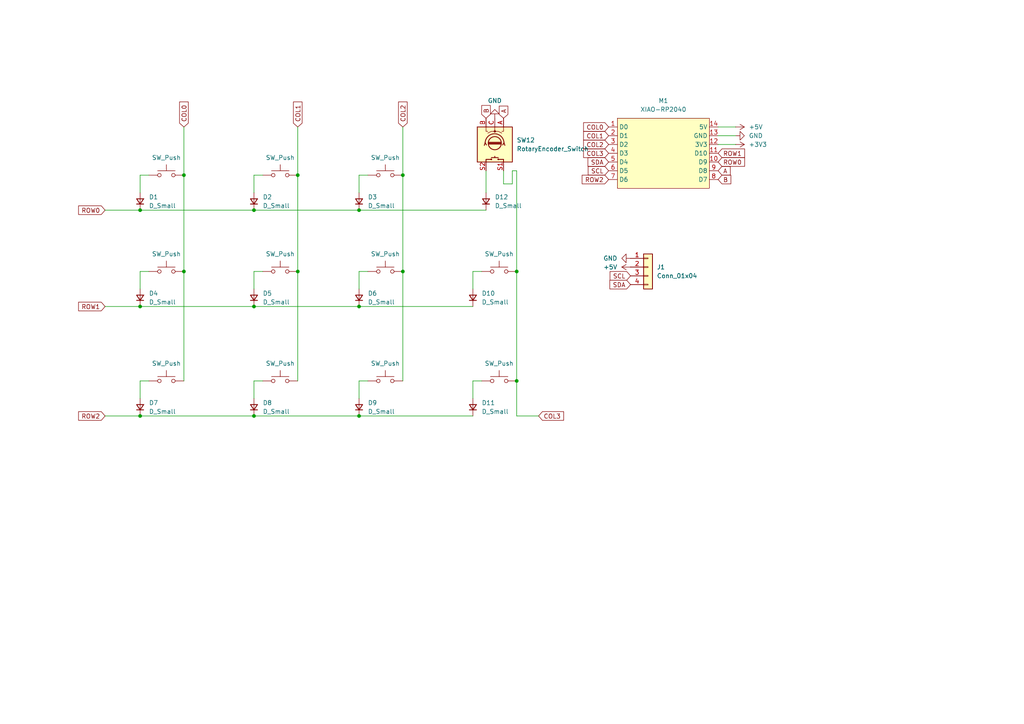
<source format=kicad_sch>
(kicad_sch (version 20231120) (generator "eeschema") (generator_version "8.0")
  (paper "A4")
  (lib_symbols
    (symbol "Connector_Generic:Conn_01x04" (pin_names (offset 1.016) hide)
      (property "Reference" "J" (at 0 5.08 0))
      (property "Value" "Conn_01x04" (at 0 -7.62 0))
      (symbol "Conn_01x04_1_1"
        (rectangle (start -1.27 -4.953) (end 0 -5.207) (stroke (width 0.1524)))
        (rectangle (start -1.27 -2.413) (end 0 -2.667) (stroke (width 0.1524)))
        (rectangle (start -1.27 0.127) (end 0 -0.127) (stroke (width 0.1524)))
        (rectangle (start -1.27 2.667) (end 0 2.413) (stroke (width 0.1524)))
        (rectangle (start -1.27 3.81) (end 1.27 -6.35) (stroke (width 0.254)) (fill (type background)))
        (pin passive line (at -5.08 2.54 0) (length 3.81) (name "Pin_1") (number "1"))
        (pin passive line (at -5.08 0 0) (length 3.81) (name "Pin_2") (number "2"))
        (pin passive line (at -5.08 -2.54 0) (length 3.81) (name "Pin_3") (number "3"))
        (pin passive line (at -5.08 -5.08 0) (length 3.81) (name "Pin_4") (number "4"))
      )
    )
    (symbol "Device:D_Small" (pin_numbers hide) (pin_names (offset 0.254) hide)
      (property "Reference" "D" (at -1.27 2.032 0))
      (property "Value" "D_Small" (at -3.81 -2.032 0))
      (symbol "D_Small_0_1"
        (polyline (pts (xy -0.762 -1.016) (xy -0.762 1.016)) (stroke (width 0.254)))
        (polyline (pts (xy -0.762 0) (xy 0.762 0)))
        (polyline (pts (xy 0.762 -1.016) (xy -0.762 0) (xy 0.762 1.016) (xy 0.762 -1.016)) (stroke (width 0.254)))
      )
      (symbol "D_Small_1_1"
        (pin passive line (at 2.54 0 180) (length 1.778) (name "A") (number "A"))
        (pin passive line (at -2.54 0 0) (length 1.778) (name "K") (number "K"))
      )
    )
    (symbol "Device:RotaryEncoder_Switch" (pin_names (offset 0.254) hide)
      (property "Reference" "SW" (at 0 6.604 0))
      (property "Value" "RotaryEncoder_Switch" (at 0 -6.604 0))
      (symbol "RotaryEncoder_Switch_0_1"
        (rectangle (start -5.08 5.08) (end 5.08 -5.08) (stroke (width 0.254)) (fill (type background)))
        (circle (center -3.81 0) (radius 0.254) (fill (type outline)))
        (circle (center -0.381 0) (radius 1.905) (stroke (width 0.254)))
        (arc (start -0.381 2.667) (mid -3.0988 -0.0635) (end -0.381 -2.794) (stroke (width 0.254)))
        (polyline (pts (xy -0.635 -1.778) (xy -0.635 1.778)) (stroke (width 0.254)))
        (polyline (pts (xy -0.381 -1.778) (xy -0.381 1.778)) (stroke (width 0.254)))
        (polyline (pts (xy -0.127 1.778) (xy -0.127 -1.778)) (stroke (width 0.254)))
        (polyline (pts (xy 3.81 0) (xy 3.429 0)) (stroke (width 0.254)))
        (polyline (pts (xy 3.81 1.016) (xy 3.81 -1.016)) (stroke (width 0.254)))
        (polyline (pts (xy -5.08 -2.54) (xy -3.81 -2.54) (xy -3.81 -2.032)))
        (polyline (pts (xy -5.08 2.54) (xy -3.81 2.54) (xy -3.81 2.032)))
        (polyline (pts (xy 0.254 -3.048) (xy -0.508 -2.794) (xy 0.127 -2.413)) (stroke (width 0.254)))
        (polyline (pts (xy 0.254 2.921) (xy -0.508 2.667) (xy 0.127 2.286)) (stroke (width 0.254)))
        (polyline (pts (xy 5.08 -2.54) (xy 4.318 -2.54) (xy 4.318 -1.016)) (stroke (width 0.254)))
        (polyline (pts (xy 5.08 2.54) (xy 4.318 2.54) (xy 4.318 1.016)) (stroke (width 0.254)))
        (polyline (pts (xy -5.08 0) (xy -3.81 0) (xy -3.81 -1.016) (xy -3.302 -2.032)))
        (polyline (pts (xy -4.318 0) (xy -3.81 0) (xy -3.81 1.016) (xy -3.302 2.032)))
        (circle (center 4.318 -1.016) (radius 0.127) (stroke (width 0.254)))
        (circle (center 4.318 1.016) (radius 0.127) (stroke (width 0.254)))
      )
      (symbol "RotaryEncoder_Switch_1_1"
        (pin passive line (at -7.62 2.54 0) (length 2.54) (name "A") (number "A"))
        (pin passive line (at -7.62 -2.54 0) (length 2.54) (name "B") (number "B"))
        (pin passive line (at -7.62 0 0) (length 2.54) (name "C") (number "C"))
        (pin passive line (at 7.62 2.54 180) (length 2.54) (name "S1") (number "S1"))
        (pin passive line (at 7.62 -2.54 180) (length 2.54) (name "S2") (number "S2"))
      )
    )
    (symbol "MCU_RaspberryPi:XIAO-RP2040"
      (property "Reference" "M" (at 0 0 0))
      (property "Value" "XIAO-RP2040" (at 0 2.54 0))
      (symbol "XIAO-RP2040_0_1"
        (rectangle (start -12.7 10.16) (end 13.97 -10.16) (fill (type background)))
      )
      (symbol "XIAO-RP2040_1_1"
        (pin bidirectional line (at -15.24 7.62 0) (length 2.54) (name "D0") (number "1"))
        (pin bidirectional line (at 16.51 -2.54 180) (length 2.54) (name "D9") (number "10"))
        (pin bidirectional line (at 16.51 0 180) (length 2.54) (name "D10") (number "11"))
        (pin power_in line (at 16.51 2.54 180) (length 2.54) (name "3V3") (number "12"))
        (pin power_in line (at 16.51 5.08 180) (length 2.54) (name "GND") (number "13"))
        (pin power_in line (at 16.51 7.62 180) (length 2.54) (name "5V") (number "14"))
        (pin bidirectional line (at -15.24 5.08 0) (length 2.54) (name "D1") (number "2"))
        (pin bidirectional line (at -15.24 2.54 0) (length 2.54) (name "D2") (number "3"))
        (pin bidirectional line (at -15.24 0 0) (length 2.54) (name "D3") (number "4"))
        (pin bidirectional line (at -15.24 -2.54 0) (length 2.54) (name "D4") (number "5"))
        (pin bidirectional line (at -15.24 -5.08 0) (length 2.54) (name "D5") (number "6"))
        (pin bidirectional line (at -15.24 -7.62 0) (length 2.54) (name "D6") (number "7"))
        (pin bidirectional line (at 16.51 -7.62 180) (length 2.54) (name "D7") (number "8"))
        (pin bidirectional line (at 16.51 -5.08 180) (length 2.54) (name "D8") (number "9"))
      )
    )
    (symbol "Switch:SW_Push" (pin_numbers hide) (pin_names (offset 1.016) hide)
      (property "Reference" "SW" (at 1.27 2.54 0))
      (property "Value" "SW_Push" (at 0 -1.524 0))
      (symbol "SW_Push_0_1"
        (circle (center -2.032 0) (radius 0.508))
        (polyline (pts (xy 0 1.27) (xy 0 3.048)))
        (polyline (pts (xy 2.54 1.27) (xy -2.54 1.27)))
        (circle (center 2.032 0) (radius 0.508))
        (pin passive line (at -5.08 0 0) (length 2.54) (name "1") (number "1"))
        (pin passive line (at 5.08 0 180) (length 2.54) (name "2") (number "2"))
      )
    )
    (symbol "power:+3V3" (power) (pin_numbers hide) (pin_names (offset 0) hide)
      (property "Value" "+3V3" (at 0 3.556 0))
      (symbol "+3V3_0_1"
        (polyline (pts (xy -0.762 1.27) (xy 0 2.54)))
        (polyline (pts (xy 0 0) (xy 0 2.54)))
        (polyline (pts (xy 0 2.54) (xy 0.762 1.27)))
      )
      (symbol "+3V3_1_1"
        (pin power_in line (at 0 0 90) (length 0) (name "~") (number "1"))
      )
    )
    (symbol "power:+5V" (power) (pin_numbers hide) (pin_names (offset 0) hide)
      (property "Value" "+5V" (at 0 3.556 0))
      (symbol "+5V_0_1"
        (polyline (pts (xy -0.762 1.27) (xy 0 2.54)))
        (polyline (pts (xy 0 0) (xy 0 2.54)))
        (polyline (pts (xy 0 2.54) (xy 0.762 1.27)))
      )
      (symbol "+5V_1_1"
        (pin power_in line (at 0 0 90) (length 0) (name "~") (number "1"))
      )
    )
    (symbol "power:GND" (power) (pin_numbers hide) (pin_names (offset 0) hide)
      (property "Value" "GND" (at 0 -3.81 0))
      (symbol "GND_0_1"
        (polyline (pts (xy 0 0) (xy 0 -1.27) (xy 1.27 -1.27) (xy 0 -2.54) (xy -1.27 -1.27) (xy 0 -1.27)))
      )
      (symbol "GND_1_1"
        (pin power_in line (at 0 0 270) (length 0) (name "~") (number "1"))
      )
    )
  )
  (junction (at 40.64 120.65))
  (junction (at 116.84 78.74))
  (junction (at 104.14 60.96))
  (junction (at 53.34 78.74))
  (junction (at 86.36 78.74))
  (junction (at 149.86 78.74))
  (junction (at 86.36 50.8))
  (junction (at 40.64 88.9))
  (junction (at 40.64 60.96))
  (junction (at 116.84 50.8))
  (junction (at 104.14 88.9))
  (junction (at 104.14 120.65))
  (junction (at 149.86 110.49))
  (junction (at 73.66 60.96))
  (junction (at 73.66 120.65))
  (junction (at 73.66 88.9))
  (junction (at 53.34 50.8))
  (wire (pts (xy 40.64 50.8) (xy 40.64 55.88)))
  (wire (pts (xy 104.14 78.74) (xy 104.14 83.82)))
  (wire (pts (xy 116.84 50.8) (xy 116.84 78.74)))
  (wire (pts (xy 53.34 36.83) (xy 53.34 50.8)))
  (wire (pts (xy 73.66 50.8) (xy 73.66 55.88)))
  (wire (pts (xy 43.18 78.74) (xy 40.64 78.74)))
  (wire (pts (xy 53.34 50.8) (xy 53.34 78.74)))
  (wire (pts (xy 137.16 110.49) (xy 137.16 115.57)))
  (wire (pts (xy 53.34 78.74) (xy 53.34 110.49)))
  (wire (pts (xy 40.64 78.74) (xy 40.64 83.82)))
  (wire (pts (xy 140.97 49.53) (xy 140.97 55.88)))
  (wire (pts (xy 149.86 49.53) (xy 149.86 78.74)))
  (wire (pts (xy 106.68 78.74) (xy 104.14 78.74)))
  (wire (pts (xy 76.2 110.49) (xy 73.66 110.49)))
  (wire (pts (xy 104.14 50.8) (xy 104.14 55.88)))
  (wire (pts (xy 86.36 50.8) (xy 86.36 78.74)))
  (wire (pts (xy 146.05 49.53) (xy 146.05 53.34)))
  (wire (pts (xy 208.28 41.91) (xy 213.36 41.91)))
  (wire (pts (xy 73.66 78.74) (xy 73.66 83.82)))
  (wire (pts (xy 149.86 120.65) (xy 156.21 120.65)))
  (wire (pts (xy 104.14 60.96) (xy 140.97 60.96)))
  (wire (pts (xy 30.48 60.96) (xy 40.64 60.96)))
  (wire (pts (xy 116.84 78.74) (xy 116.84 110.49)))
  (wire (pts (xy 137.16 78.74) (xy 137.16 83.82)))
  (wire (pts (xy 43.18 110.49) (xy 40.64 110.49)))
  (wire (pts (xy 104.14 88.9) (xy 137.16 88.9)))
  (wire (pts (xy 106.68 50.8) (xy 104.14 50.8)))
  (wire (pts (xy 208.28 39.37) (xy 213.36 39.37)))
  (wire (pts (xy 40.64 110.49) (xy 40.64 115.57)))
  (wire (pts (xy 139.7 110.49) (xy 137.16 110.49)))
  (wire (pts (xy 76.2 78.74) (xy 73.66 78.74)))
  (wire (pts (xy 86.36 36.83) (xy 86.36 50.8)))
  (wire (pts (xy 73.66 60.96) (xy 104.14 60.96)))
  (wire (pts (xy 148.59 49.53) (xy 149.86 49.53)))
  (wire (pts (xy 149.86 110.49) (xy 149.86 120.65)))
  (wire (pts (xy 40.64 60.96) (xy 73.66 60.96)))
  (wire (pts (xy 139.7 78.74) (xy 137.16 78.74)))
  (wire (pts (xy 76.2 50.8) (xy 73.66 50.8)))
  (wire (pts (xy 106.68 110.49) (xy 104.14 110.49)))
  (wire (pts (xy 149.86 78.74) (xy 149.86 110.49)))
  (wire (pts (xy 40.64 88.9) (xy 73.66 88.9)))
  (wire (pts (xy 30.48 120.65) (xy 40.64 120.65)))
  (wire (pts (xy 104.14 110.49) (xy 104.14 115.57)))
  (wire (pts (xy 73.66 88.9) (xy 104.14 88.9)))
  (wire (pts (xy 30.48 88.9) (xy 40.64 88.9)))
  (wire (pts (xy 73.66 120.65) (xy 104.14 120.65)))
  (wire (pts (xy 43.18 50.8) (xy 40.64 50.8)))
  (wire (pts (xy 148.59 53.34) (xy 148.59 49.53)))
  (wire (pts (xy 73.66 110.49) (xy 73.66 115.57)))
  (wire (pts (xy 104.14 120.65) (xy 137.16 120.65)))
  (wire (pts (xy 208.28 36.83) (xy 213.36 36.83)))
  (wire (pts (xy 86.36 78.74) (xy 86.36 110.49)))
  (wire (pts (xy 116.84 36.83) (xy 116.84 50.8)))
  (wire (pts (xy 40.64 120.65) (xy 73.66 120.65)))
  (wire (pts (xy 146.05 53.34) (xy 148.59 53.34)))
  (global_label "COL1" (shape input) (at 176.53 39.37 180) (property "Intersheetrefs" "${INTERSHEET_REFS}" (effects (hide yes))))
  (global_label "ROW2" (shape input) (at 176.53 52.07 180) (property "Intersheetrefs" "${INTERSHEET_REFS}" (effects (hide yes))))
  (global_label "ROW1" (shape input) (at 208.28 44.45 0) (property "Intersheetrefs" "${INTERSHEET_REFS}" (effects (hide yes))))
  (global_label "COL3" (shape input) (at 176.53 44.45 180) (property "Intersheetrefs" "${INTERSHEET_REFS}" (effects (hide yes))))
  (global_label "A" (shape input) (at 146.05 34.29 90) (property "Intersheetrefs" "${INTERSHEET_REFS}" (effects (hide yes))))
  (global_label "COL0" (shape input) (at 176.53 36.83 180) (property "Intersheetrefs" "${INTERSHEET_REFS}" (effects (hide yes))))
  (global_label "ROW0" (shape input) (at 30.48 60.96 180) (property "Intersheetrefs" "${INTERSHEET_REFS}" (effects (hide yes))))
  (global_label "SCL" (shape input) (at 176.53 49.53 180) (property "Intersheetrefs" "${INTERSHEET_REFS}" (effects (hide yes))))
  (global_label "COL2" (shape input) (at 116.84 36.83 90) (property "Intersheetrefs" "${INTERSHEET_REFS}" (effects (hide yes))))
  (global_label "B" (shape input) (at 208.28 52.07 0) (property "Intersheetrefs" "${INTERSHEET_REFS}" (effects (hide yes))))
  (global_label "A" (shape input) (at 208.28 49.53 0) (property "Intersheetrefs" "${INTERSHEET_REFS}" (effects (hide yes))))
  (global_label "SDA" (shape input) (at 182.88 82.55 180) (property "Intersheetrefs" "${INTERSHEET_REFS}" (effects (hide yes))))
  (global_label "ROW0" (shape input) (at 208.28 46.99 0) (property "Intersheetrefs" "${INTERSHEET_REFS}" (effects (hide yes))))
  (global_label "ROW1" (shape input) (at 30.48 88.9 180) (property "Intersheetrefs" "${INTERSHEET_REFS}" (effects (hide yes))))
  (global_label "SCL" (shape input) (at 182.88 80.01 180) (property "Intersheetrefs" "${INTERSHEET_REFS}" (effects (hide yes))))
  (global_label "B" (shape input) (at 140.97 34.29 90) (property "Intersheetrefs" "${INTERSHEET_REFS}" (effects (hide yes))))
  (global_label "COL2" (shape input) (at 176.53 41.91 180) (property "Intersheetrefs" "${INTERSHEET_REFS}" (effects (hide yes))))
  (global_label "COL0" (shape input) (at 53.34 36.83 90) (property "Intersheetrefs" "${INTERSHEET_REFS}" (effects (hide yes))))
  (global_label "COL1" (shape input) (at 86.36 36.83 90) (property "Intersheetrefs" "${INTERSHEET_REFS}" (effects (hide yes))))
  (global_label "COL3" (shape input) (at 156.21 120.65 0) (property "Intersheetrefs" "${INTERSHEET_REFS}" (effects (hide yes))))
  (global_label "ROW2" (shape input) (at 30.48 120.65 180) (property "Intersheetrefs" "${INTERSHEET_REFS}" (effects (hide yes))))
  (global_label "SDA" (shape input) (at 176.53 46.99 180) (property "Intersheetrefs" "${INTERSHEET_REFS}" (effects (hide yes))))
  (symbol (lib_id "Device:D_Small") (at 137.16 86.36 90) (unit 1)
    (property "Reference" "D10" (at 139.7 85.0899 90) (effects (justify right)))
    (property "Value" "D_Small" (at 139.7 87.6299 90) (effects (justify right)))
    (property "Footprint" "CUSTOM LIBRARY:DIODE-1N4148" (effects (hide yes)))
    (property "Description" "Diode, small symbol" (effects (hide yes)))
    (property "Sim.Device" "D" (effects (hide yes)))
    (property "Sim.Pins" "1=K 2=A" (effects (hide yes)))
  )
  (symbol (lib_id "power:+5V") (at 213.36 36.83 270) (unit 1)
    (property "Reference" "#PWR01" (effects (hide yes)))
    (property "Value" "+5V" (at 217.17 36.8299 90) (effects (justify left)))
    (property "Description" "Power symbol creates a global label with name \"+5V\"" (effects (hide yes)))
  )
  (symbol (lib_id "Device:D_Small") (at 140.97 58.42 90) (unit 1)
    (property "Reference" "D12" (at 143.51 57.1499 90) (effects (justify right)))
    (property "Value" "D_Small" (at 143.51 59.6899 90) (effects (justify right)))
    (property "Footprint" "CUSTOM LIBRARY:DIODE-1N4148" (effects (hide yes)))
    (property "Description" "Diode, small symbol" (effects (hide yes)))
    (property "Sim.Device" "D" (effects (hide yes)))
    (property "Sim.Pins" "1=K 2=A" (effects (hide yes)))
  )
  (symbol (lib_id "Switch:SW_Push") (at 48.26 78.74 0) (unit 1)
    (property "Reference" "SW4" (effects (hide yes)))
    (property "Value" "SW_Push" (at 48.26 73.66 0))
    (property "Footprint" "CUSTOM LIBRARY:SW_Cherry_MX_1.00u_PCB" (effects (hide yes)))
    (property "Description" "Push button switch, generic, two pins" (effects (hide yes)))
  )
  (symbol (lib_id "Switch:SW_Push") (at 111.76 78.74 0) (unit 1)
    (property "Reference" "SW6" (effects (hide yes)))
    (property "Value" "SW_Push" (at 111.76 73.66 0))
    (property "Footprint" "CUSTOM LIBRARY:SW_Cherry_MX_1.00u_PCB" (effects (hide yes)))
    (property "Description" "Push button switch, generic, two pins" (effects (hide yes)))
  )
  (symbol (lib_id "Device:D_Small") (at 104.14 58.42 90) (unit 1)
    (property "Reference" "D3" (at 106.68 57.1499 90) (effects (justify right)))
    (property "Value" "D_Small" (at 106.68 59.6899 90) (effects (justify right)))
    (property "Footprint" "CUSTOM LIBRARY:DIODE-1N4148" (effects (hide yes)))
    (property "Description" "Diode, small symbol" (effects (hide yes)))
    (property "Sim.Device" "D" (effects (hide yes)))
    (property "Sim.Pins" "1=K 2=A" (effects (hide yes)))
  )
  (symbol (lib_id "Switch:SW_Push") (at 111.76 110.49 0) (unit 1)
    (property "Reference" "SW9" (effects (hide yes)))
    (property "Value" "SW_Push" (at 111.76 105.41 0))
    (property "Footprint" "CUSTOM LIBRARY:SW_Cherry_MX_1.00u_PCB" (effects (hide yes)))
    (property "Description" "Push button switch, generic, two pins" (effects (hide yes)))
  )
  (symbol (lib_id "power:GND") (at 213.36 39.37 90) (unit 1)
    (property "Reference" "#PWR02" (effects (hide yes)))
    (property "Value" "GND" (at 217.17 39.3699 90) (effects (justify right)))
    (property "Description" "Power symbol creates a global label with name \"GND\" , ground" (effects (hide yes)))
  )
  (symbol (lib_id "Switch:SW_Push") (at 81.28 50.8 0) (unit 1)
    (property "Reference" "SW2" (effects (hide yes)))
    (property "Value" "SW_Push" (at 81.28 45.72 0))
    (property "Footprint" "CUSTOM LIBRARY:SW_Cherry_MX_1.00u_PCB" (effects (hide yes)))
    (property "Description" "Push button switch, generic, two pins" (effects (hide yes)))
  )
  (symbol (lib_id "Device:D_Small") (at 73.66 58.42 90) (unit 1)
    (property "Reference" "D2" (at 76.2 57.1499 90) (effects (justify right)))
    (property "Value" "D_Small" (at 76.2 59.6899 90) (effects (justify right)))
    (property "Footprint" "CUSTOM LIBRARY:DIODE-1N4148" (effects (hide yes)))
    (property "Description" "Diode, small symbol" (effects (hide yes)))
    (property "Sim.Device" "D" (effects (hide yes)))
    (property "Sim.Pins" "1=K 2=A" (effects (hide yes)))
  )
  (symbol (lib_id "Device:RotaryEncoder_Switch") (at 143.51 41.91 270) (unit 1)
    (property "Reference" "SW12" (at 149.86 40.6399 90) (effects (justify left)))
    (property "Value" "RotaryEncoder_Switch" (at 149.86 43.1799 90) (effects (justify left)))
    (property "Footprint" "CUSTOM LIBRARY:RotaryEncoder_Alps_EC11E-Switch_Vertical_H20mm" (effects (hide yes)))
    (property "Description" "Rotary encoder, dual channel, incremental quadrate outputs, with switch" (effects (hide yes)))
  )
  (symbol (lib_id "Device:D_Small") (at 73.66 86.36 90) (unit 1)
    (property "Reference" "D5" (at 76.2 85.0899 90) (effects (justify right)))
    (property "Value" "D_Small" (at 76.2 87.6299 90) (effects (justify right)))
    (property "Footprint" "CUSTOM LIBRARY:DIODE-1N4148" (effects (hide yes)))
    (property "Description" "Diode, small symbol" (effects (hide yes)))
    (property "Sim.Device" "D" (effects (hide yes)))
    (property "Sim.Pins" "1=K 2=A" (effects (hide yes)))
  )
  (symbol (lib_id "Switch:SW_Push") (at 48.26 110.49 0) (unit 1)
    (property "Reference" "SW7" (effects (hide yes)))
    (property "Value" "SW_Push" (at 48.26 105.41 0))
    (property "Footprint" "CUSTOM LIBRARY:SW_Cherry_MX_1.00u_PCB" (effects (hide yes)))
    (property "Description" "Push button switch, generic, two pins" (effects (hide yes)))
  )
  (symbol (lib_id "power:GND") (at 143.51 34.29 180) (unit 1)
    (property "Reference" "#PWR05" (effects (hide yes)))
    (property "Value" "GND" (at 143.51 29.21 0))
    (property "Description" "Power symbol creates a global label with name \"GND\" , ground" (effects (hide yes)))
  )
  (symbol (lib_id "Device:D_Small") (at 40.64 118.11 90) (unit 1)
    (property "Reference" "D7" (at 43.18 116.8399 90) (effects (justify right)))
    (property "Value" "D_Small" (at 43.18 119.3799 90) (effects (justify right)))
    (property "Footprint" "CUSTOM LIBRARY:DIODE-1N4148" (effects (hide yes)))
    (property "Description" "Diode, small symbol" (effects (hide yes)))
    (property "Sim.Device" "D" (effects (hide yes)))
    (property "Sim.Pins" "1=K 2=A" (effects (hide yes)))
  )
  (symbol (lib_id "Switch:SW_Push") (at 111.76 50.8 0) (unit 1)
    (property "Reference" "SW3" (effects (hide yes)))
    (property "Value" "SW_Push" (at 111.76 45.72 0))
    (property "Footprint" "CUSTOM LIBRARY:SW_Cherry_MX_1.00u_PCB" (effects (hide yes)))
    (property "Description" "Push button switch, generic, two pins" (effects (hide yes)))
  )
  (symbol (lib_id "Device:D_Small") (at 40.64 58.42 90) (unit 1)
    (property "Reference" "D1" (at 43.18 57.1499 90) (effects (justify right)))
    (property "Value" "D_Small" (at 43.18 59.6899 90) (effects (justify right)))
    (property "Footprint" "CUSTOM LIBRARY:DIODE-1N4148" (effects (hide yes)))
    (property "Description" "Diode, small symbol" (effects (hide yes)))
    (property "Sim.Device" "D" (effects (hide yes)))
    (property "Sim.Pins" "1=K 2=A" (effects (hide yes)))
  )
  (symbol (lib_id "Connector_Generic:Conn_01x04") (at 187.96 77.47 0) (unit 1)
    (property "Reference" "J1" (at 190.5 77.4699 0) (effects (justify left)))
    (property "Value" "Conn_01x04" (at 190.5 80.0099 0) (effects (justify left)))
    (property "Footprint" "CUSTOM LIBRARY:SSD1306-0.91-OLED-4pin-128x32" (effects (hide yes)))
    (property "Description" "Generic connector, single row, 01x04, script generated (kicad-library-utils/schlib/autogen/connector/)" (effects (hide yes)))
  )
  (symbol (lib_id "Device:D_Small") (at 73.66 118.11 90) (unit 1)
    (property "Reference" "D8" (at 76.2 116.8399 90) (effects (justify right)))
    (property "Value" "D_Small" (at 76.2 119.3799 90) (effects (justify right)))
    (property "Footprint" "CUSTOM LIBRARY:DIODE-1N4148" (effects (hide yes)))
    (property "Description" "Diode, small symbol" (effects (hide yes)))
    (property "Sim.Device" "D" (effects (hide yes)))
    (property "Sim.Pins" "1=K 2=A" (effects (hide yes)))
  )
  (symbol (lib_id "power:+5V") (at 182.88 77.47 90) (unit 1)
    (property "Reference" "#PWR06" (effects (hide yes)))
    (property "Value" "+5V" (at 179.07 77.4699 90) (effects (justify left)))
    (property "Description" "Power symbol creates a global label with name \"+5V\"" (effects (hide yes)))
  )
  (symbol (lib_id "Switch:SW_Push") (at 144.78 78.74 0) (unit 1)
    (property "Reference" "SW10" (effects (hide yes)))
    (property "Value" "SW_Push" (at 144.78 73.66 0))
    (property "Footprint" "CUSTOM LIBRARY:SW_Cherry_MX_1.00u_PCB" (effects (hide yes)))
    (property "Description" "Push button switch, generic, two pins" (effects (hide yes)))
  )
  (symbol (lib_id "Switch:SW_Push") (at 81.28 78.74 0) (unit 1)
    (property "Reference" "SW5" (effects (hide yes)))
    (property "Value" "SW_Push" (at 81.28 73.66 0))
    (property "Footprint" "CUSTOM LIBRARY:SW_Cherry_MX_1.00u_PCB" (effects (hide yes)))
    (property "Description" "Push button switch, generic, two pins" (effects (hide yes)))
  )
  (symbol (lib_id "Device:D_Small") (at 104.14 118.11 90) (unit 1)
    (property "Reference" "D9" (at 106.68 116.8399 90) (effects (justify right)))
    (property "Value" "D_Small" (at 106.68 119.3799 90) (effects (justify right)))
    (property "Footprint" "CUSTOM LIBRARY:DIODE-1N4148" (effects (hide yes)))
    (property "Description" "Diode, small symbol" (effects (hide yes)))
    (property "Sim.Device" "D" (effects (hide yes)))
    (property "Sim.Pins" "1=K 2=A" (effects (hide yes)))
  )
  (symbol (lib_id "MCU_RaspberryPi:XIAO-RP2040") (at 191.77 44.45 0) (unit 1)
    (property "Reference" "M1" (at 192.405 29.21 0))
    (property "Value" "XIAO-RP2040" (at 192.405 31.75 0))
    (property "Footprint" "CUSTOM LIBRARY:XIAO-RP2040" (effects (hide yes)))
  )
  (symbol (lib_id "Switch:SW_Push") (at 48.26 50.8 0) (unit 1)
    (property "Reference" "SW1" (effects (hide yes)))
    (property "Value" "SW_Push" (at 48.26 45.72 0))
    (property "Footprint" "CUSTOM LIBRARY:SW_Cherry_MX_1.00u_PCB" (effects (hide yes)))
    (property "Description" "Push button switch, generic, two pins" (effects (hide yes)))
  )
  (symbol (lib_id "Device:D_Small") (at 104.14 86.36 90) (unit 1)
    (property "Reference" "D6" (at 106.68 85.0899 90) (effects (justify right)))
    (property "Value" "D_Small" (at 106.68 87.6299 90) (effects (justify right)))
    (property "Footprint" "CUSTOM LIBRARY:DIODE-1N4148" (effects (hide yes)))
    (property "Description" "Diode, small symbol" (effects (hide yes)))
    (property "Sim.Device" "D" (effects (hide yes)))
    (property "Sim.Pins" "1=K 2=A" (effects (hide yes)))
  )
  (symbol (lib_id "Device:D_Small") (at 137.16 118.11 90) (unit 1)
    (property "Reference" "D11" (at 139.7 116.8399 90) (effects (justify right)))
    (property "Value" "D_Small" (at 139.7 119.3799 90) (effects (justify right)))
    (property "Footprint" "CUSTOM LIBRARY:DIODE-1N4148" (effects (hide yes)))
    (property "Description" "Diode, small symbol" (effects (hide yes)))
    (property "Sim.Device" "D" (effects (hide yes)))
    (property "Sim.Pins" "1=K 2=A" (effects (hide yes)))
  )
  (symbol (lib_id "Switch:SW_Push") (at 144.78 110.49 0) (unit 1)
    (property "Reference" "SW11" (effects (hide yes)))
    (property "Value" "SW_Push" (at 144.78 105.41 0))
    (property "Footprint" "CUSTOM LIBRARY:SW_Cherry_MX_1.00u_PCB" (effects (hide yes)))
    (property "Description" "Push button switch, generic, two pins" (effects (hide yes)))
  )
  (symbol (lib_id "power:GND") (at 182.88 74.93 270) (unit 1)
    (property "Reference" "#PWR04" (effects (hide yes)))
    (property "Value" "GND" (at 179.07 74.9299 90) (effects (justify right)))
    (property "Description" "Power symbol creates a global label with name \"GND\" , ground" (effects (hide yes)))
  )
  (symbol (lib_id "Switch:SW_Push") (at 81.28 110.49 0) (unit 1)
    (property "Reference" "SW8" (effects (hide yes)))
    (property "Value" "SW_Push" (at 81.28 105.41 0))
    (property "Footprint" "CUSTOM LIBRARY:SW_Cherry_MX_1.00u_PCB" (effects (hide yes)))
    (property "Description" "Push button switch, generic, two pins" (effects (hide yes)))
  )
  (symbol (lib_id "Device:D_Small") (at 40.64 86.36 90) (unit 1)
    (property "Reference" "D4" (at 43.18 85.0899 90) (effects (justify right)))
    (property "Value" "D_Small" (at 43.18 87.6299 90) (effects (justify right)))
    (property "Footprint" "CUSTOM LIBRARY:DIODE-1N4148" (effects (hide yes)))
    (property "Description" "Diode, small symbol" (effects (hide yes)))
    (property "Sim.Device" "D" (effects (hide yes)))
    (property "Sim.Pins" "1=K 2=A" (effects (hide yes)))
  )
  (symbol (lib_id "power:+3V3") (at 213.36 41.91 270) (unit 1)
    (property "Reference" "#PWR03" (effects (hide yes)))
    (property "Value" "+3V3" (at 217.17 41.9099 90) (effects (justify left)))
    (property "Description" "Power symbol creates a global label with name \"+3V3\"" (effects (hide yes)))
  )
)
</source>
